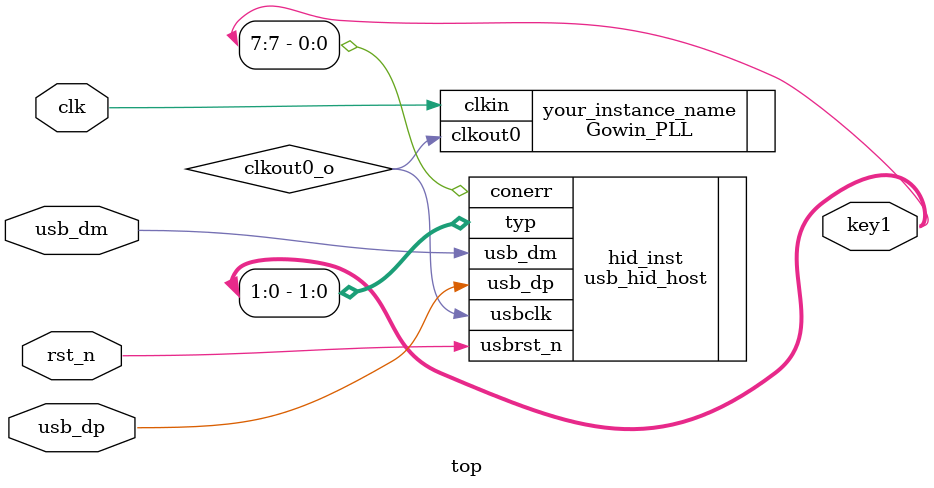
<source format=v>
module top(
    input clk,
    input rst_n,
    inout usb_dm,
    inout usb_dp,
    output [7:0] key1
);
Gowin_PLL your_instance_name(
    .clkout0(clkout0_o), //output clkout0
    .clkin(clk) //input clkin
);
usb_hid_host hid_inst(
    .usbclk(clkout0_o),
    .usbrst_n(rst_n),
    .usb_dm(usb_dm),
    .usb_dp(usb_dp),
    .typ(key1[1:0]),
    .conerr(key1[7])
);

endmodule

</source>
